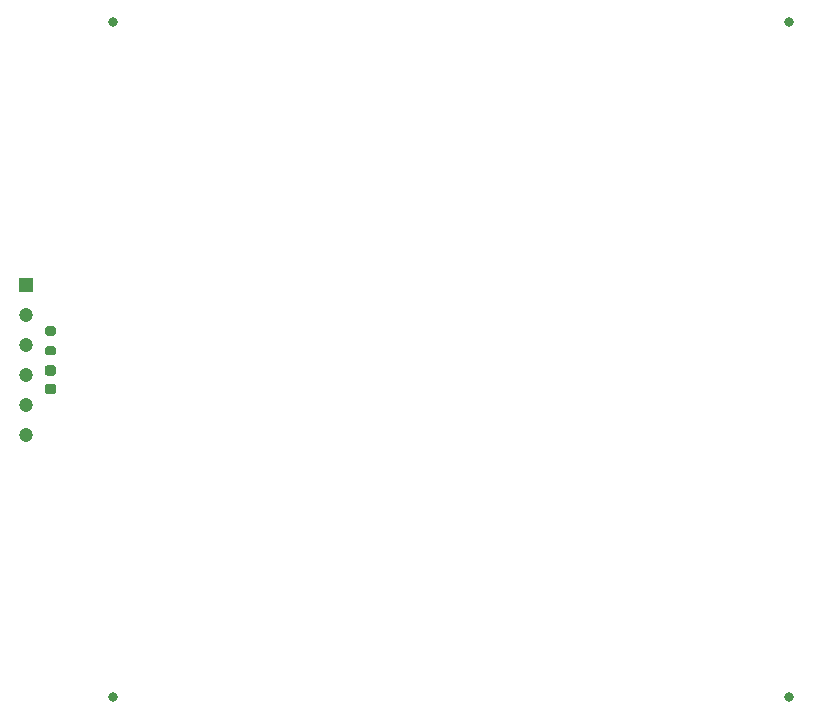
<source format=gts>
G04 #@! TF.GenerationSoftware,KiCad,Pcbnew,5.1.10-88a1d61d58~88~ubuntu18.04.1*
G04 #@! TF.CreationDate,2021-09-30T10:19:46+02:00*
G04 #@! TF.ProjectId,pmod_microphone_array_2x2,706d6f64-5f6d-4696-9372-6f70686f6e65,1.0.0*
G04 #@! TF.SameCoordinates,Original*
G04 #@! TF.FileFunction,Soldermask,Top*
G04 #@! TF.FilePolarity,Negative*
%FSLAX46Y46*%
G04 Gerber Fmt 4.6, Leading zero omitted, Abs format (unit mm)*
G04 Created by KiCad (PCBNEW 5.1.10-88a1d61d58~88~ubuntu18.04.1) date 2021-09-30 10:19:46*
%MOMM*%
%LPD*%
G01*
G04 APERTURE LIST*
%ADD10C,0.800000*%
%ADD11R,1.200000X1.200000*%
%ADD12C,1.200000*%
G04 APERTURE END LIST*
D10*
X94762000Y-121096000D03*
X37592000Y-121096000D03*
X94762000Y-63926000D03*
X37592000Y-63926000D03*
D11*
X30226000Y-86233000D03*
D12*
X30226000Y-88773000D03*
X30226000Y-91313000D03*
X30226000Y-93853000D03*
X30226000Y-96393000D03*
X30226000Y-98933000D03*
G36*
G01*
X31983000Y-91357000D02*
X32533000Y-91357000D01*
G75*
G02*
X32733000Y-91557000I0J-200000D01*
G01*
X32733000Y-91957000D01*
G75*
G02*
X32533000Y-92157000I-200000J0D01*
G01*
X31983000Y-92157000D01*
G75*
G02*
X31783000Y-91957000I0J200000D01*
G01*
X31783000Y-91557000D01*
G75*
G02*
X31983000Y-91357000I200000J0D01*
G01*
G37*
G36*
G01*
X31983000Y-89707000D02*
X32533000Y-89707000D01*
G75*
G02*
X32733000Y-89907000I0J-200000D01*
G01*
X32733000Y-90307000D01*
G75*
G02*
X32533000Y-90507000I-200000J0D01*
G01*
X31983000Y-90507000D01*
G75*
G02*
X31783000Y-90307000I0J200000D01*
G01*
X31783000Y-89907000D01*
G75*
G02*
X31983000Y-89707000I200000J0D01*
G01*
G37*
G36*
G01*
X32514250Y-93884000D02*
X32001750Y-93884000D01*
G75*
G02*
X31783000Y-93665250I0J218750D01*
G01*
X31783000Y-93227750D01*
G75*
G02*
X32001750Y-93009000I218750J0D01*
G01*
X32514250Y-93009000D01*
G75*
G02*
X32733000Y-93227750I0J-218750D01*
G01*
X32733000Y-93665250D01*
G75*
G02*
X32514250Y-93884000I-218750J0D01*
G01*
G37*
G36*
G01*
X32514250Y-95459000D02*
X32001750Y-95459000D01*
G75*
G02*
X31783000Y-95240250I0J218750D01*
G01*
X31783000Y-94802750D01*
G75*
G02*
X32001750Y-94584000I218750J0D01*
G01*
X32514250Y-94584000D01*
G75*
G02*
X32733000Y-94802750I0J-218750D01*
G01*
X32733000Y-95240250D01*
G75*
G02*
X32514250Y-95459000I-218750J0D01*
G01*
G37*
M02*

</source>
